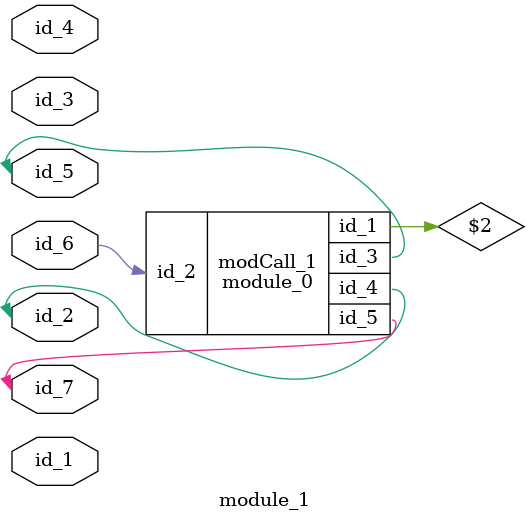
<source format=v>
module module_0 (
    id_1,
    id_2,
    id_3,
    id_4,
    id_5
);
  inout wire id_5;
  output wire id_4;
  inout wire id_3;
  input wire id_2;
  inout wire id_1;
endmodule
module module_1 (
    id_1,
    id_2,
    id_3,
    id_4,
    id_5,
    id_6,
    id_7
);
  inout wire id_7;
  input wire id_6;
  inout wire id_5;
  input wire id_4;
  input wire id_3;
  inout wire id_2;
  input wire id_1;
  wor id_8 = 1 - id_5;
  module_0 modCall_1 (
      id_8,
      id_6,
      id_5,
      id_2,
      id_7
  );
endmodule

</source>
